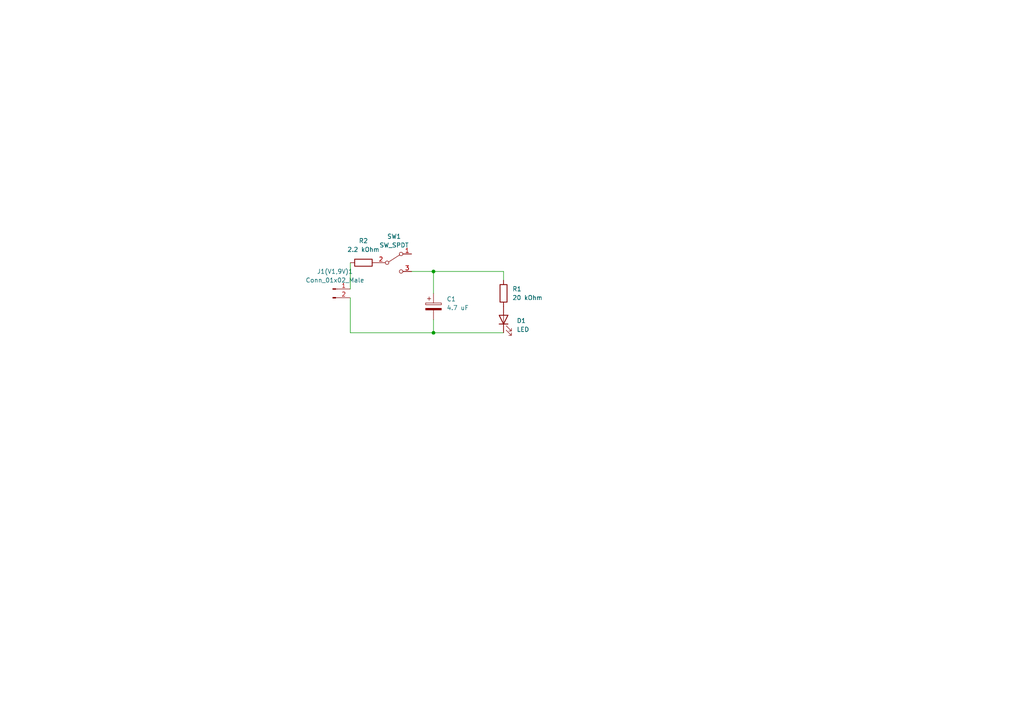
<source format=kicad_sch>
(kicad_sch (version 20211123) (generator eeschema)
  (paper "A4")
  (lib_symbols
    (symbol "Connector:Conn_01x02_Male" (pin_names (offset 1.016) hide)
      (property "Reference" "J" (at 0 2.54 0))
      (property "Value" "Conn_01x02_Male" (at 0 -5.08 0))
      (symbol "Conn_01x02_Male_1_1"
        (polyline (pts (xy 1.27 -2.54) (xy 0.8636 -2.54)) (stroke (width 0.1524)))
        (polyline (pts (xy 1.27 0) (xy 0.8636 0)) (stroke (width 0.1524)))
        (rectangle (start 0.8636 -2.413) (end 0 -2.667) (stroke (width 0.1524)) (fill (type outline)))
        (rectangle (start 0.8636 0.127) (end 0 -0.127) (stroke (width 0.1524)) (fill (type outline)))
        (pin passive line (at 5.08 0 180) (length 3.81) (name "Pin_1") (number "1"))
        (pin passive line (at 5.08 -2.54 180) (length 3.81) (name "Pin_2") (number "2"))
      )
    )
    (symbol "Device:C_Polarized" (pin_numbers hide) (pin_names (offset 0.254))
      (property "Reference" "C" (at 0.635 2.54 0))
      (property "Value" "C_Polarized" (at 0.635 -2.54 0))
      (symbol "C_Polarized_0_1"
        (rectangle (start -2.286 0.508) (end 2.286 1.016))
        (polyline (pts (xy -1.778 2.286) (xy -0.762 2.286)))
        (polyline (pts (xy -1.27 2.794) (xy -1.27 1.778)))
        (rectangle (start 2.286 -0.508) (end -2.286 -1.016) (fill (type outline)))
      )
      (symbol "C_Polarized_1_1"
        (pin passive line (at 0 3.81 270) (length 2.794) (name "~") (number "1"))
        (pin passive line (at 0 -3.81 90) (length 2.794) (name "~") (number "2"))
      )
    )
    (symbol "Device:LED" (pin_numbers hide) (pin_names (offset 1.016) hide)
      (property "Reference" "D" (at 0 2.54 0))
      (property "Value" "LED" (at 0 -2.54 0))
      (symbol "LED_0_1"
        (polyline (pts (xy -1.27 -1.27) (xy -1.27 1.27)) (stroke (width 0.254)))
        (polyline (pts (xy -1.27 0) (xy 1.27 0)))
        (polyline (pts (xy 1.27 -1.27) (xy 1.27 1.27) (xy -1.27 0) (xy 1.27 -1.27)) (stroke (width 0.254)))
        (polyline (pts (xy -3.048 -0.762) (xy -4.572 -2.286) (xy -3.81 -2.286) (xy -4.572 -2.286) (xy -4.572 -1.524)))
        (polyline (pts (xy -1.778 -0.762) (xy -3.302 -2.286) (xy -2.54 -2.286) (xy -3.302 -2.286) (xy -3.302 -1.524)))
      )
      (symbol "LED_1_1"
        (pin passive line (at -3.81 0 0) (length 2.54) (name "K") (number "1"))
        (pin passive line (at 3.81 0 180) (length 2.54) (name "A") (number "2"))
      )
    )
    (symbol "Device:R" (pin_numbers hide) (pin_names (offset 0))
      (property "Reference" "R" (at 2.032 0 90))
      (property "Value" "R" (at 0 0 90))
      (symbol "R_0_1"
        (rectangle (start -1.016 -2.54) (end 1.016 2.54) (stroke (width 0.254)))
      )
      (symbol "R_1_1"
        (pin passive line (at 0 3.81 270) (length 1.27) (name "~") (number "1"))
        (pin passive line (at 0 -3.81 90) (length 1.27) (name "~") (number "2"))
      )
    )
    (symbol "Switch:SW_SPDT" (pin_names (offset 0) hide)
      (property "Reference" "SW" (at 0 4.318 0))
      (property "Value" "SW_SPDT" (at 0 -5.08 0))
      (symbol "SW_SPDT_0_0"
        (circle (center -2.032 0) (radius 0.508))
        (circle (center 2.032 -2.54) (radius 0.508))
      )
      (symbol "SW_SPDT_0_1"
        (polyline (pts (xy -1.524 0.254) (xy 1.651 2.286)))
        (circle (center 2.032 2.54) (radius 0.508))
      )
      (symbol "SW_SPDT_1_1"
        (pin passive line (at 5.08 2.54 180) (length 2.54) (name "A") (number "1"))
        (pin passive line (at -5.08 0 0) (length 2.54) (name "B") (number "2"))
        (pin passive line (at 5.08 -2.54 180) (length 2.54) (name "C") (number "3"))
      )
    )
  )
  (junction (at 125.73 78.74))
  (junction (at 125.73 96.52))
  (wire (pts (xy 125.73 92.71) (xy 125.73 96.52)))
  (wire (pts (xy 125.73 78.74) (xy 146.05 78.74)))
  (wire (pts (xy 101.6 76.2) (xy 101.6 83.82)))
  (wire (pts (xy 119.38 78.74) (xy 125.73 78.74)))
  (wire (pts (xy 101.6 86.36) (xy 101.6 96.52)))
  (wire (pts (xy 125.73 78.74) (xy 125.73 85.09)))
  (wire (pts (xy 146.05 78.74) (xy 146.05 81.28)))
  (wire (pts (xy 146.05 96.52) (xy 125.73 96.52)))
  (wire (pts (xy 125.73 96.52) (xy 101.6 96.52)))
  (symbol (lib_id "Device:R") (at 105.41 76.2 90) (unit 1)
    (property "Reference" "R2" (at 105.41 69.85 90))
    (property "Value" "2.2 kOhm" (at 105.41 72.39 90))
    (property "Footprint" "Resistor_THT:R_Axial_DIN0516_L15.5mm_D5.0mm_P20.32mm_Horizontal" (effects hide))
  )
  (symbol (lib_id "Connector:Conn_01x02_Male") (at 96.52 83.82 0) (unit 1)
    (property "Reference" "J1(V1,9V)1" (at 97.155 78.74 0))
    (property "Value" "Conn_01x02_Male" (at 97.155 81.28 0))
    (property "Footprint" "Connector_JST:JST_PH_B2B-PH-K_1x02_P2.00mm_Vertical" (effects hide))
  )
  (symbol (lib_id "Switch:SW_SPDT") (at 114.3 76.2 0) (unit 1)
    (property "Reference" "SW1" (at 114.3 68.58 0))
    (property "Value" "SW_SPDT" (at 114.3 71.12 0))
    (property "Footprint" "Button_Switch_THT:SW_E-Switch_EG1224_SPDT_Angled" (effects hide))
  )
  (symbol (lib_id "Device:LED") (at 146.05 92.71 90) (unit 1)
    (property "Reference" "D1" (at 149.86 93.0274 90) (effects (justify right)))
    (property "Value" "LED" (at 149.86 95.5674 90) (effects (justify right)))
    (property "Footprint" "LED_THT:LED_D5.0mm" (effects hide))
  )
  (symbol (lib_id "Device:R") (at 146.05 85.09 0) (unit 1)
    (property "Reference" "R1" (at 148.59 83.8199 0) (effects (justify left)))
    (property "Value" "20 kOhm" (at 148.59 86.3599 0) (effects (justify left)))
    (property "Footprint" "Resistor_THT:R_Axial_DIN0516_L15.5mm_D5.0mm_P20.32mm_Horizontal" (effects hide))
  )
  (symbol (lib_id "Device:C_Polarized") (at 125.73 88.9 0) (unit 1)
    (property "Reference" "C1" (at 129.54 86.7409 0) (effects (justify left)))
    (property "Value" "4.7 uF" (at 129.54 89.2809 0) (effects (justify left)))
    (property "Footprint" "Capacitor_THT:C_Radial_D5.0mm_H5.0mm_P2.00mm" (effects hide))
  )
)
</source>
